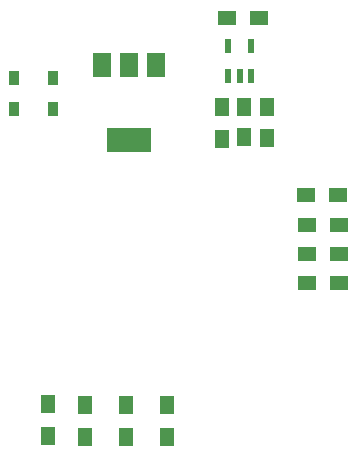
<source format=gbp>
G04 #@! TF.FileFunction,Paste,Bot*
%FSLAX46Y46*%
G04 Gerber Fmt 4.6, Leading zero omitted, Abs format (unit mm)*
G04 Created by KiCad (PCBNEW 4.0.7) date 01/22/18 18:56:20*
%MOMM*%
%LPD*%
G01*
G04 APERTURE LIST*
%ADD10C,0.100000*%
%ADD11R,3.800000X2.000000*%
%ADD12R,1.500000X2.000000*%
%ADD13R,1.250000X1.500000*%
%ADD14R,1.300000X1.500000*%
%ADD15R,0.558800X1.270000*%
%ADD16R,0.900000X1.200000*%
%ADD17R,1.500000X1.300000*%
G04 APERTURE END LIST*
D10*
D11*
X150370000Y-81090000D03*
D12*
X150370000Y-74790000D03*
X152670000Y-74790000D03*
X148070000Y-74790000D03*
D13*
X160170000Y-80830000D03*
X160170000Y-78330000D03*
D14*
X162110000Y-78290000D03*
X162110000Y-80990000D03*
D15*
X160689800Y-75725400D03*
X159750000Y-75725400D03*
X158810200Y-75725400D03*
X158810200Y-73134600D03*
X160689800Y-73134600D03*
D14*
X153620000Y-106250000D03*
X153620000Y-103550000D03*
D16*
X140640000Y-75870000D03*
X143940000Y-75870000D03*
X143940000Y-78520000D03*
X140640000Y-78520000D03*
D14*
X143510000Y-106210000D03*
X143510000Y-103510000D03*
X146680000Y-106270000D03*
X146680000Y-103570000D03*
X150110000Y-106290000D03*
X150110000Y-103590000D03*
D17*
X165420000Y-85790000D03*
X168120000Y-85790000D03*
X165440000Y-90790000D03*
X168140000Y-90790000D03*
X168140000Y-93200000D03*
X165440000Y-93200000D03*
X165440000Y-88290000D03*
X168140000Y-88290000D03*
X158700000Y-70820000D03*
X161400000Y-70820000D03*
D14*
X158270000Y-81050000D03*
X158270000Y-78350000D03*
M02*

</source>
